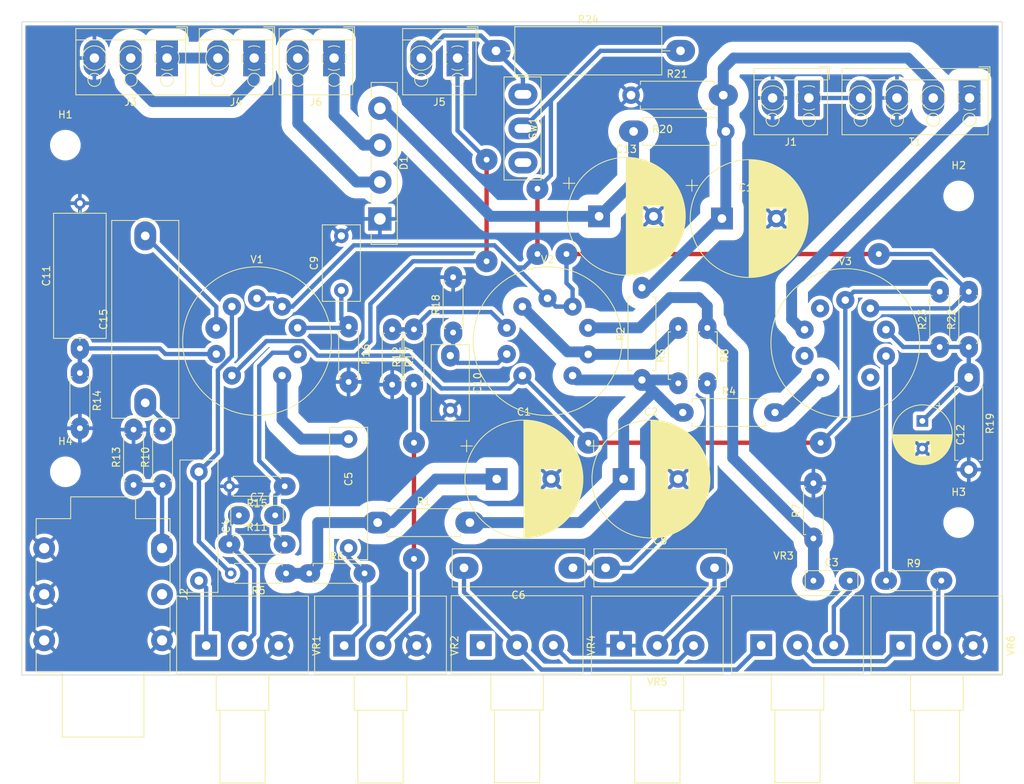
<source format=kicad_pcb>
(kicad_pcb (version 20211014) (generator pcbnew)
  (layers (0 "F.Cu" signal) (31 "B.Cu" signal) (34 "B.Paste" user) (35 "F.Paste" user) (36 "B.SilkS" user "B.Silkscreen") (37 "F.SilkS" user "F.Silkscreen") (38 "B.Mask" user) (39 "F.Mask" user) (44 "Edge.Cuts" user))
  (net 0 "")
  (net 1 "Earth")
  (net 2 "Net-(C5-Pad2)")
  (net 3 "Net-(C4-Pad1)")
  (net 4 "Net-(C4-Pad2)")
  (net 5 "Net-(C15-Pad1)")
  (net 6 "Net-(C6-Pad1)")
  (net 7 "Net-(C7-Pad2)")
  (net 8 "Net-(R12-Pad1)")
  (net 9 "Net-(R12-Pad2)")
  (net 10 "Net-(C7-Pad1)")
  (net 11 "Net-(C3-Pad2)")
  (net 12 "Net-(C9-Pad1)")
  (net 13 "Net-(C6-Pad2)")
  (net 14 "Net-(C8-Pad2)")
  (net 15 "Net-(C10-Pad1)")
  (net 16 "Net-(R9-Pad1)")
  (net 17 "Net-(C11-Pad1)")
  (net 18 "Net-(VR3-Pad2)")
  (net 19 "Net-(C15-Pad2)")
  (net 20 "Net-(C12-Pad1)")
  (net 21 "Net-(R22-Pad2)")
  (net 22 "Net-(J1-Pad1)")
  (net 25 "Net-(J2-PadT)")
  (net 26 "Net-(R9-Pad2)")
  (net 27 "Net-(VR4-Pad3)")
  (net 28 "/HighDC_227VDC")
  (net 29 "/HighDC_241VDC")
  (net 30 "/HighDC_V1B_Anode")
  (net 31 "/HighDC_Trafo1")
  (net 32 "/HighDC_Trafo2")
  (net 33 "/AC_L")
  (net 34 "/AC_N")
  (net 35 "/HighDC_V2A_Anode")
  (net 36 "/HighDC_GateValve3")
  (net 37 "/HighDC_OT")
  (net 38 "/HighDC_Prefilter")
  (net 39 "/HighDC_Post")
  (net 40 "/HighDC_143VDC")
  (net 41 "Net-(J5-Pad1)")
  (net 42 "Net-(J5-Pad2)")
  (footprint "MountingHole:MountingHole_3.2mm_M3" (layer "F.Cu") (at 122 67)
    (fp_text reference "H1" (at 0 -4.2) (layer "F.SilkS"))
    (fp_text value "MountingHole")
    (pad "" np_thru_hole circle (at 0 0) (size 3.2 3.2) (drill 3.2) (layers *.Cu *.Mask))
  )
  (footprint "Resistor_THT:R_Axial_DIN0207_L6.3mm_D2.5mm_P7.62mm_Horizontal" (layer "F.Cu") (at 235 127)
    (fp_text reference "R9" (at 3.81 -2.37) (layer "F.SilkS"))
    (fp_text value "5.6k")
    (pad "1" thru_hole oval (at 0 0) (size 3 2.5) (drill 0.8) (layers *.Cu *.Mask) (net 16 "Net-(R9-Pad1)"))
    (pad "2" thru_hole oval (at 7.62 0) (size 3 2.5) (drill 0.8) (layers *.Cu *.Mask) (net 26 "Net-(R9-Pad2)"))
  )
  (footprint "Resistor_THT:R_Axial_DIN0411_L9.9mm_D3.6mm_P12.70mm_Horizontal" (layer "F.Cu") (at 246.39 99 -90)
    (fp_text reference "R19" (at 6.35 -2.92 90) (layer "F.SilkS"))
    (fp_text value "130")
    (pad "1" thru_hole oval (at 0 0 270) (size 4 3) (drill 1.2) (layers *.Cu *.Mask) (net 20 "Net-(C12-Pad1)"))
    (pad "2" thru_hole oval (at 12.7 0 270) (size 2.4 2.4) (drill 1.2) (layers *.Cu *.Mask) (net 1 "Earth"))
  )
  (footprint "Resistor_THT:R_Axial_DIN0207_L6.3mm_D2.5mm_P7.62mm_Horizontal" (layer "F.Cu") (at 210.39 92.19 -90)
    (fp_text reference "R8" (at 3.81 -2.37 90) (layer "F.SilkS"))
    (fp_text value "33k")
    (pad "1" thru_hole oval (at 0 0 270) (size 3 2.5) (drill 0.8) (layers *.Cu *.Mask) (net 40 "/HighDC_143VDC"))
    (pad "2" thru_hole oval (at 7.62 0 270) (size 3 2.5) (drill 0.8) (layers *.Cu *.Mask) (net 6 "Net-(C6-Pad1)"))
  )
  (footprint "Potentiometer_THT:Potentiometer_Alps_RK163_Single_Horizontal" (layer "F.Cu") (at 237 135.95 90)
    (fp_text reference "VR6" (at 0 15.2 90) (layer "F.SilkS"))
    (fp_text value "1M")
    (pad "1" thru_hole rect (at 0 0 270) (size 3 3) (drill 1.2) (layers *.Cu *.Mask) (net 18 "Net-(VR3-Pad2)"))
    (pad "2" thru_hole circle (at 0 5 270) (size 3 3) (drill 1.2) (layers *.Cu *.Mask) (net 26 "Net-(R9-Pad2)"))
    (pad "3" thru_hole circle (at 0 10 270) (size 3 3) (drill 1.2) (layers *.Cu *.Mask) (net 1 "Earth"))
  )
  (footprint "Resistor_THT:R_Axial_DIN0207_L6.3mm_D2.5mm_P7.62mm_Horizontal" (layer "F.Cu") (at 155.58 126)
    (fp_text reference "R6" (at 3.81 -2.37) (layer "F.SilkS"))
    (fp_text value "100k")
    (pad "1" thru_hole oval (at 0 0) (size 3 2.5) (drill 0.8) (layers *.Cu *.Mask) (net 28 "/HighDC_227VDC"))
    (pad "2" thru_hole oval (at 7.62 0) (size 3 2.5) (drill 0.8) (layers *.Cu *.Mask) (net 2 "Net-(C5-Pad2)"))
  )
  (footprint "Potentiometer_THT:Potentiometer_Alps_RK163_Single_Horizontal" (layer "F.Cu") (at 160.39 135.95 90)
    (fp_text reference "VR2" (at 0 15.2 90) (layer "F.SilkS"))
    (fp_text value "1M")
    (pad "1" thru_hole rect (at 0 0 270) (size 3 3) (drill 1.2) (layers *.Cu *.Mask) (net 2 "Net-(C5-Pad2)"))
    (pad "2" thru_hole circle (at 0 5 270) (size 3 3) (drill 1.2) (layers *.Cu *.Mask) (net 8 "Net-(R12-Pad1)"))
    (pad "3" thru_hole circle (at 0 10 270) (size 3 3) (drill 1.2) (layers *.Cu *.Mask) (net 1 "Earth"))
  )
  (footprint "Potentiometer_THT:Potentiometer_Alps_RK163_Single_Horizontal" (layer "F.Cu") (at 217.81 135.9 90)
    (fp_text reference "VR3" (at 12.315 3.08 180) (layer "F.SilkS"))
    (fp_text value "220k LIN")
    (pad "1" thru_hole rect (at 0 0 270) (size 3 3) (drill 1.2) (layers *.Cu *.Mask) (net 13 "Net-(C6-Pad2)"))
    (pad "2" thru_hole circle (at 0 5 270) (size 3 3) (drill 1.2) (layers *.Cu *.Mask) (net 18 "Net-(VR3-Pad2)"))
    (pad "3" thru_hole circle (at 0 10 270) (size 3 3) (drill 1.2) (layers *.Cu *.Mask) (net 11 "Net-(C3-Pad2)"))
  )
  (footprint "TerminalBlock_RND:TerminalBlock_RND_205-00001_1x02_P5.00mm_Horizontal" (layer "F.Cu") (at 176 55 180)
    (fp_text reference "J5" (at 2.5 -6.06) (layer "F.SilkS"))
    (fp_text value "Screw_Terminal_01x02")
    (pad "1" thru_hole rect (at 0 0 180) (size 3 5) (drill 1.3) (layers *.Cu *.Mask) (net 41 "Net-(J5-Pad1)"))
    (pad "2" thru_hole oval (at 5 0 180) (size 3 5) (drill 1.3) (layers *.Cu *.Mask) (net 42 "Net-(J5-Pad2)"))
  )
  (footprint "Capacitor_THT:C_Rect_L10.3mm_W5.0mm_P7.50mm_MKS4" (layer "F.Cu") (at 175 96 -90)
    (fp_text reference "C10" (at 3.75 -3.75 90) (layer "F.SilkS"))
    (fp_text value "1u")
    (pad "1" thru_hole oval (at 0 0 270) (size 3 2.5) (drill 1) (layers *.Cu *.Mask) (net 15 "Net-(C10-Pad1)"))
    (pad "2" thru_hole circle (at 7.5 0 270) (size 2 2) (drill 1) (layers *.Cu *.Mask) (net 1 "Earth"))
  )
  (footprint "Capacitor_THT:CP_Radial_D16.0mm_P7.50mm" (layer "F.Cu") (at 195.487246 76.805)
    (fp_text reference "C13" (at 3.75 -9.25) (layer "F.SilkS"))
    (fp_text value "50u")
    (pad "1" thru_hole rect (at 0 0) (size 3 3) (drill 1.2) (layers *.Cu *.Mask) (net 38 "/HighDC_Prefilter"))
    (pad "2" thru_hole circle (at 7.5 0) (size 2.4 2.4) (drill 1.2) (layers *.Cu *.Mask) (net 1 "Earth"))
  )
  (footprint "Resistor_THT:R_Axial_DIN0207_L6.3mm_D2.5mm_P7.62mm_Horizontal" (layer "F.Cu") (at 161 92 -90)
    (fp_text reference "R16" (at 3.81 -2.37 90) (layer "F.SilkS"))
    (fp_text value "1.2k")
    (pad "1" thru_hole oval (at 0 0 270) (size 3 2.5) (drill 0.8) (layers *.Cu *.Mask) (net 12 "Net-(C9-Pad1)"))
    (pad "2" thru_hole oval (at 7.62 0 270) (size 3 2.5) (drill 0.8) (layers *.Cu *.Mask) (net 1 "Earth"))
  )
  (footprint "Capacitor_THT:C_Rect_L18.0mm_W5.0mm_P15.00mm_FKS3_FKP3" (layer "F.Cu") (at 161 107.5 -90)
    (fp_text reference "C5" (at 5.5 0 90) (layer "F.SilkS"))
    (fp_text value "22n")
    (pad "1" thru_hole circle (at 0 0 270) (size 2.4 2.4) (drill 1.2) (layers *.Cu *.Mask) (net 30 "/HighDC_V1B_Anode"))
    (pad "2" thru_hole circle (at 15 0 270) (size 2.4 2.4) (drill 1.2) (layers *.Cu *.Mask) (net 2 "Net-(C5-Pad2)"))
  )
  (footprint "TerminalBlock_RND:TerminalBlock_RND_205-00002_1x03_P5.00mm_Horizontal" (layer "F.Cu") (at 136 55 180)
    (fp_text reference "J3" (at 5 -6.06 180) (layer "F.SilkS"))
    (fp_text value "AC Mains")
    (pad "1" thru_hole rect (at 0 0 180) (size 3 5) (drill 1.3) (layers *.Cu *.Mask) (net 33 "/AC_L"))
    (pad "2" thru_hole oval (at 5 0 180) (size 3 5) (drill 1.3) (layers *.Cu *.Mask) (net 34 "/AC_N"))
    (pad "3" thru_hole oval (at 10 0 180) (size 3 5) (drill 1.3) (layers *.Cu *.Mask) (net 1 "Earth"))
  )
  (footprint "Capacitor_THT:C_Rect_L18.0mm_W5.0mm_P15.00mm_FKS3_FKP3" (layer "F.Cu") (at 140.39 112 -90)
    (fp_text reference "C4" (at 7.5 -3.75 90) (layer "F.SilkS"))
    (fp_text value "22n")
    (pad "1" thru_hole circle (at 0 0 270) (size 2.4 2.4) (drill 1.2) (layers *.Cu *.Mask) (net 3 "Net-(C4-Pad1)"))
    (pad "2" thru_hole circle (at 15 0 270) (size 2.4 2.4) (drill 1.2) (layers *.Cu *.Mask) (net 4 "Net-(C4-Pad2)"))
  )
  (footprint "Resistor_THT:R_Axial_Power_L20.0mm_W6.4mm_P25.40mm" (layer "F.Cu") (at 181.3 54)
    (fp_text reference "R24" (at 12.7 -4.32) (layer "F.SilkS"))
    (fp_text value "R")
    (pad "1" thru_hole oval (at 0 0) (size 4 3) (drill 1.2) (layers *.Cu *.Mask) (net 42 "Net-(J5-Pad2)"))
    (pad "2" thru_hole oval (at 25.4 0) (size 4 3) (drill 1.2) (layers *.Cu *.Mask) (net 21 "Net-(R22-Pad2)"))
  )
  (footprint "Resistor_THT:R_Axial_DIN0411_L9.9mm_D3.6mm_P12.70mm_Horizontal" (layer "F.Cu") (at 200.24 65.11)
    (fp_text reference "R20" (at 3.97 -0.305) (layer "F.SilkS"))
    (fp_text value "100 / 2W")
    (pad "1" thru_hole oval (at 0 0) (size 4 3) (drill 1.2) (layers *.Cu *.Mask) (net 38 "/HighDC_Prefilter"))
    (pad "2" thru_hole oval (at 12.7 0) (size 2.4 2.4) (drill 1.2) (layers *.Cu *.Mask) (net 39 "/HighDC_Post"))
  )
  (footprint "Resistor_THT:R_Axial_DIN0411_L9.9mm_D3.6mm_P12.70mm_Horizontal" (layer "F.Cu") (at 199.89 60.11)
    (fp_text reference "R21" (at 6.35 -2.92) (layer "F.SilkS"))
    (fp_text value "100k")
    (pad "1" thru_hole circle (at 0 0) (size 2.4 2.4) (drill 1.2) (layers *.Cu *.Mask) (net 1 "Earth"))
    (pad "2" thru_hole oval (at 12.7 0) (size 4 3) (drill 1.2) (layers *.Cu *.Mask) (net 39 "/HighDC_Post"))
  )
  (footprint "Resistor_THT:R_Axial_DIN0207_L6.3mm_D2.5mm_P7.62mm_Horizontal" (layer "F.Cu") (at 246.39 94.81 90)
    (fp_text reference "R22" (at 3.81 -2.37 90) (layer "F.SilkS"))
    (fp_text value "100")
    (pad "1" thru_hole oval (at 0 0 90) (size 3 2.5) (drill 0.8) (layers *.Cu *.Mask) (net 20 "Net-(C12-Pad1)"))
    (pad "2" thru_hole oval (at 7.62 0 90) (size 3 2.5) (drill 0.8) (layers *.Cu *.Mask) (net 21 "Net-(R22-Pad2)"))
  )
  (footprint "MountingHole:MountingHole_3.2mm_M3" (layer "F.Cu") (at 245 74)
    (fp_text reference "H2" (at 0 -4.2) (layer "F.SilkS"))
    (fp_text value "MountingHole")
    (pad "" np_thru_hole circle (at 0 0) (size 3.2 3.2) (drill 3.2) (layers *.Cu *.Mask))
  )
  (footprint "Resistor_THT:R_Axial_DIN0207_L6.3mm_D2.5mm_P7.62mm_Horizontal" (layer "F.Cu") (at 242.39 94.81 90)
    (fp_text reference "R23" (at 3.81 -2.37 90) (layer "F.SilkS"))
    (fp_text value "100")
    (pad "1" thru_hole oval (at 0 0 90) (size 3 2.5) (drill 0.8) (layers *.Cu *.Mask) (net 20 "Net-(C12-Pad1)"))
    (pad "2" thru_hole oval (at 7.62 0 90) (size 3 2.5) (drill 0.8) (layers *.Cu *.Mask) (net 41 "Net-(J5-Pad1)"))
  )
  (footprint "Resistor_THT:R_Axial_DIN0207_L6.3mm_D2.5mm_P7.62mm_Horizontal" (layer "F.Cu") (at 131.39 113.81 90)
    (fp_text reference "R13" (at 3.81 -2.37 90) (layer "F.SilkS"))
    (fp_text value "1M")
    (pad "1" thru_hole oval (at 0 0 90) (size 3 2.5) (drill 0.8) (layers *.Cu *.Mask) (net 25 "Net-(J2-PadT)"))
    (pad "2" thru_hole oval (at 7.62 0 90) (size 3 2.5) (drill 0.8) (layers *.Cu *.Mask) (net 1 "Earth"))
  )
  (footprint "Resistor_THT:R_Axial_DIN0207_L6.3mm_D2.5mm_P7.62mm_Horizontal" (layer "F.Cu") (at 135.39 113.81 90)
    (fp_text reference "R10" (at 3.81 -2.37 90) (layer "F.SilkS"))
    (fp_text value "68k")
    (pad "1" thru_hole oval (at 0 0 90) (size 3 2.5) (drill 0.8) (layers *.Cu *.Mask) (net 25 "Net-(J2-PadT)"))
    (pad "2" thru_hole oval (at 7.62 0 90) (size 3 2.5) (drill 0.8) (layers *.Cu *.Mask) (net 5 "Net-(C15-Pad1)"))
  )
  (footprint "Valve:Valve_ECC-83-1" (layer "F.Cu") (at 232.84 99)
    (fp_text reference "V3" (at -3.45 -16) (layer "F.SilkS"))
    (fp_text value "EL84")
    (pad "1" thru_hole circle (at 0 0) (size 2.5 2.5) (drill 1.02) (layers *.Cu *.Mask))
    (pad "2" thru_hole circle (at 2.15 -2.93) (size 2.5 2.5) (drill 1.02) (layers *.Cu *.Mask) (net 16 "Net-(R9-Pad1)"))
    (pad "3" thru_hole circle (at 2.15 -6.58) (size 2.5 2.5) (drill 1.02) (layers *.Cu *.Mask) (net 20 "Net-(C12-Pad1)"))
    (pad "4" thru_hole circle (at 0 -9.51) (size 2.5 2.5) (drill 1.02) (layers *.Cu *.Mask) (net 21 "Net-(R22-Pad2)"))
    (pad "5" thru_hole circle (at -3.45 -10.65) (size 2.5 2.5) (drill 1.02) (layers *.Cu *.Mask) (net 41 "Net-(J5-Pad1)"))
    (pad "6" thru_hole circle (at -6.91 -9.51) (size 2.5 2.5) (drill 1.02) (layers *.Cu *.Mask))
    (pad "7" thru_hole circle (at -9.06 -6.58) (size 2.5 2.5) (drill 1.02) (layers *.Cu *.Mask) (net 37 "/HighDC_OT"))
    (pad "8" thru_hole circle (at -9.06 -2.97) (size 2.5 2.5) (drill 1.02) (layers *.Cu *.Mask))
    (pad "9" thru_hole circle (at -6.91 0) (size 2.5 2.5) (drill 1.02) (layers *.Cu *.Mask) (net 36 "/HighDC_GateValve3"))
  )
  (footprint "Capacitor_THT:C_Rect_L18.0mm_W5.0mm_P15.00mm_FKS3_FKP3" (layer "F.Cu") (at 191.89 125.235 180)
    (fp_text reference "C6" (at 7.5 -3.75) (layer "F.SilkS"))
    (fp_text value "22n")
    (pad "1" thru_hole oval (at 0 0 180) (size 4 3) (drill 1.2) (layers *.Cu *.Mask) (net 6 "Net-(C6-Pad1)"))
    (pad "2" thru_hole oval (at 15 0 180) (size 4 3) (drill 1.2) (layers *.Cu *.Mask) (net 13 "Net-(C6-Pad2)"))
  )
  (footprint "Resistor_THT:R_Axial_DIN0207_L6.3mm_D2.5mm_P7.62mm_Horizontal" (layer "F.Cu") (at 210.39 92.19 -90)
    (fp_text reference "R8" (at 3.81 -2.37 90) (layer "F.SilkS"))
    (fp_text value "33k")
    (pad "1" thru_hole oval (at 0 0 270) (size 3 2.5) (drill 0.8) (layers *.Cu *.Mask) (net 40 "/HighDC_143VDC"))
    (pad "2" thru_hole oval (at 7.62 0 270) (size 3 2.5) (drill 0.8) (layers *.Cu *.Mask) (net 6 "Net-(C6-Pad1)"))
  )
  (footprint "Potentiometer_THT:Potentiometer_Alps_RK163_Single_Horizontal" (layer "F.Cu") (at 141.39 135.95 90)
    (fp_text reference "VR1" (at 0 15.2 90) (layer "F.SilkS"))
    (fp_text value "1M")
    (pad "1" thru_hole rect (at 0 0 270) (size 3 3) (drill 1.2) (layers *.Cu *.Mask) (net 4 "Net-(C4-Pad2)"))
    (pad "2" thru_hole circle (at 0 5 270) (size 3 3) (drill 1.2) (layers *.Cu *.Mask) (net 10 "Net-(C7-Pad1)"))
    (pad "3" thru_hole circle (at 0 10 270) (size 3 3) (drill 1.2) (layers *.Cu *.Mask) (net 1 "Earth"))
  )
  (footprint "Capacitor_THT:C_Disc_D7.0mm_W2.5mm_P5.00mm" (layer "F.Cu") (at 145.89 118)
    (fp_text reference "C7" (at 2.5 -2.5) (layer "F.SilkS"))
    (fp_text value "470p")
    (pad "1" thru_hole oval (at 0 0) (size 3 2.5) (drill 0.8) (layers *.Cu *.Mask) (net 10 "Net-(C7-Pad1)"))
    (pad "2" thru_hole oval (at 5 0) (size 3 2.5) (drill 0.8) (layers *.Cu *.Mask) (net 7 "Net-(C7-Pad2)"))
  )
  (footprint "Capacitor_THT:CP_Radial_D16.0mm_P7.50mm" (layer "F.Cu") (at 198.877246 113)
    (fp_text reference "C2" (at 3.75 -9.25) (layer "F.SilkS"))
    (fp_text value "50u")
    (pad "1" thru_hole rect (at 0 0) (size 3 3) (drill 1.2) (layers *.Cu *.Mask) (net 29 "/HighDC_241VDC"))
    (pad "2" thru_hole circle (at 7.5 0) (size 2.4 2.4) (drill 1.2) (layers *.Cu *.Mask) (net 1 "Earth"))
  )
  (footprint "Resistor_THT:R_Axial_DIN0207_L6.3mm_D2.5mm_P7.62mm_Horizontal" (layer "F.Cu") (at 206.39 99.81 90)
    (fp_text reference "R3" (at 3.81 -2.37 90) (layer "F.SilkS"))
    (fp_text value "100k")
    (pad "1" thru_hole oval (at 0 0 90) (size 3 2.5) (drill 0.8) (layers *.Cu *.Mask) (net 29 "/HighDC_241VDC"))
    (pad "2" thru_hole oval (at 7.62 0 90) (size 3 2.5) (drill 0.8) (layers *.Cu *.Mask) (net 35 "/HighDC_V2A_Anode"))
  )
  (footprint "TerminalBlock_RND:TerminalBlock_RND_205-00001_1x02_P5.00mm_Horizontal" (layer "F.Cu") (at 224.38 60.5 180)
    (fp_text reference "J1" (at 2.5 -6.06) (layer "F.SilkS"))
    (fp_text value "Speaker Output")
    (pad "1" thru_hole rect (at 0 0 180) (size 3 5) (drill 1.3) (layers *.Cu *.Mask) (net 22 "Net-(J1-Pad1)"))
    (pad "2" thru_hole oval (at 5 0 180) (size 3 5) (drill 1.3) (layers *.Cu *.Mask) (net 1 "Earth"))
  )
  (footprint "Resistor_THT:R_Axial_DIN0411_L9.9mm_D3.6mm_P12.70mm_Horizontal" (layer "F.Cu") (at 201.39 99.35 90)
    (fp_text reference "R2" (at 6.35 -2.92 90) (layer "F.SilkS"))
    (fp_text value "1k")
    (pad "1" thru_hole oval (at 0 0 90) (size 3 2.5) (drill 1) (layers *.Cu *.Mask) (net 29 "/HighDC_241VDC"))
    (pad "2" thru_hole oval (at 12.7 0 90) (size 3 2.5) (drill 1) (layers *.Cu *.Mask) (net 39 "/HighDC_Post"))
  )
  (footprint "Resistor_THT:R_Axial_DIN0207_L6.3mm_D2.5mm_P7.62mm_Horizontal" (layer "F.Cu") (at 167 92.38 -90)
    (fp_text reference "R17" (at 3.81 -2.37 -270) (layer "F.SilkS"))
    (fp_text value "470k")
    (pad "1" thru_hole oval (at 0 0 270) (size 3 2.5) (drill 0.8) (layers *.Cu *.Mask) (net 9 "Net-(R12-Pad2)"))
    (pad "2" thru_hole oval (at 7.62 0 270) (size 3 2.5) (drill 0.8) (layers *.Cu *.Mask) (net 1 "Earth"))
  )
  (footprint "Connector_Audio:Jack_6.35mm_Neutrik_NMJ6HFD2-AU_Horizontal" (layer "F.Cu") (at 135.315 122.525 -90)
    (fp_text reference "J2" (at 6.35 -3 90) (layer "F.SilkS"))
    (fp_text value "Input")
    (pad "R" thru_hole circle (at 6.35 0 270) (size 3 3) (drill 1.4) (layers *.Cu *.Mask))
    (pad "RN" thru_hole circle (at 6.35 16.23 270) (size 3 3) (drill 1.4) (layers *.Cu *.Mask) (net 1 "Earth"))
    (pad "S" thru_hole circle (at 12.7 0 270) (size 3 3) (drill 1.4) (layers *.Cu *.Mask) (net 1 "Earth"))
    (pad "SN" thru_hole circle (at 12.7 16.23 270) (size 3 3) (drill 1.4) (layers *.Cu *.Mask) (net 1 "Earth"))
    (pad "T" thru_hole oval (at 0 0 270) (size 4 3) (drill 1.4) (layers *.Cu *.Mask) (net 25 "Net-(J2-PadT)"))
    (pad "TN" thru_hole circle (at 0 16.23 270) (size 3 3) (drill 1.4) (layers *.Cu *.Mask) (net 1 "Earth"))
  )
  (footprint "Potentiometer_THT:Potentiometer_Alps_RK163_Single_Horizontal" (layer "F.Cu") (at 198.505 135.95 90)
    (fp_text reference "VR5" (at -5 5) (layer "F.SilkS"))
    (fp_text value "25k LIN")
    (pad "1" thru_hole rect (at 0 0 270) (size 3 3) (drill 1.2) (layers *.Cu *.Mask) (net 1 "Earth"))
    (pad "2" thru_hole circle (at 0 5 270) (size 3 3) (drill 1.2) (layers *.Cu *.Mask) (net 14 "Net-(C8-Pad2)"))
    (pad "3" thru_hole circle (at 0 10 270) (size 3 3) (drill 1.2) (layers *.Cu *.Mask) (net 27 "Net-(VR4-Pad3)"))
  )
  (footprint "Valve:Valve_ECC-83-1" (layer "F.Cu") (at 191.84 98.75)
    (fp_text reference "V2" (at -3.45 -16) (layer "F.SilkS"))
    (fp_text value "ECC81")
    (pad "1" thru_hole circle (at 0 0) (size 2.5 2.5) (drill 1.02) (layers *.Cu *.Mask) (net 29 "/HighDC_241VDC"))
    (pad "2" thru_hole circle (at 2.15 -2.93) (size 2.5 2.5) (drill 1.02) (layers *.Cu *.Mask) (net 35 "/HighDC_V2A_Anode"))
    (pad "3" thru_hole circle (at 2.15 -6.58) (size 2.5 2.5) (drill 1.02) (layers *.Cu *.Mask) (net 40 "/HighDC_143VDC"))
    (pad "4" thru_hole circle (at 0 -9.51) (size 2.5 2.5) (drill 1.02) (layers *.Cu *.Mask) (net 21 "Net-(R22-Pad2)"))
    (pad "5" thru_hole circle (at -3.45 -10.65) (size 2.5 2.5) (drill 1.02) (layers *.Cu *.Mask) (net 21 "Net-(R22-Pad2)"))
    (pad "6" thru_hole circle (at -6.91 -9.51) (size 2.5 2.5) (drill 1.02) (layers *.Cu *.Mask) (net 35 "/HighDC_V2A_Anode"))
    (pad "7" thru_hole circle (at -9.06 -6.58) (size 2.5 2.5) (drill 1.02) (layers *.Cu *.Mask) (net 9 "Net-(R12-Pad2)"))
    (pad "8" thru_hole circle (at -9.06 -2.97) (size 2.5 2.5) (drill 1.02) (layers *.Cu *.Mask) (net 15 "Net-(C10-Pad1)"))
    (pad "9" thru_hole circle (at -6.91 0) (size 2.5 2.5) (drill 1.02) (layers *.Cu *.Mask) (net 41 "Net-(J5-Pad1)"))
  )
  (footprint "Capacitor_THT:CP_Radial_D16.0mm_P7.50mm" (layer "F.Cu") (at 181.39 113)
    (fp_text reference "C1" (at 3.75 -9.25) (layer "F.SilkS"))
    (fp_text value "50u")
    (pad "1" thru_hole rect (at 0 0) (size 3 3) (drill 1.2) (layers *.Cu *.Mask) (net 28 "/HighDC_227VDC"))
    (pad "2" thru_hole circle (at 7.5 0) (size 2.4 2.4) (drill 1.2) (layers *.Cu *.Mask) (net 1 "Earth"))
  )
  (footprint "Resistor_THT:R_Axial_DIN0207_L6.3mm_D2.5mm_P7.62mm_Horizontal" (layer "F.Cu") (at 175.39 92.81 90)
    (fp_text reference "R18" (at 3.81 -2.37 90) (layer "F.SilkS"))
    (fp_text value "820")
    (pad "1" thru_hole oval (at 0 0 90) (size 3 2.5) (drill 0.8) (layers *.Cu *.Mask) (net 15 "Net-(C10-Pad1)"))
    (pad "2" thru_hole oval (at 7.62 0 90) (size 3 2.5) (drill 0.8) (layers *.Cu *.Mask) (net 1 "Earth"))
  )
  (footprint "Resistor_THT:R_Axial_DIN0207_L6.3mm_D2.5mm_P7.62mm_Horizontal" (layer "F.Cu") (at 152.2 114 180)
    (fp_text reference "R15" (at 3.81 -2.37) (layer "F.SilkS"))
    (fp_text value "470k")
    (pad "1" thru_hole oval (at 0 0 180) (size 3 2.5) (drill 0.8) (layers *.Cu *.Mask) (net 7 "Net-(C7-Pad2)"))
    (pad "2" thru_hole oval (at 7.62 0 180) (size 1.6 1.6) (drill 0.8) (layers *.Cu *.Mask) (net 1 "Earth"))
  )
  (footprint "Capacitor_THT:CP_Radial_D16.0mm_P7.50mm" (layer "F.Cu") (at 212.402754 77.11)
    (fp_text reference "C14" (at 3.75 -4.25) (layer "F.SilkS"))
    (fp_text value "50u")
    (pad "1" thru_hole rect (at 0 0) (size 3 3) (drill 1.2) (layers *.Cu *.Mask) (net 39 "/HighDC_Post"))
    (pad "2" thru_hole circle (at 7.5 0) (size 2.4 2.4) (drill 1.2) (layers *.Cu *.Mask) (net 1 "Earth"))
  )
  (footprint "Resistor_THT:R_Axial_DIN0207_L6.3mm_D2.5mm_P7.62mm_Horizontal" (layer "F.Cu") (at 124 98.385 -90)
    (fp_text reference "R14" (at 3.81 -2.37 90) (layer "F.SilkS"))
    (fp_text value "2.7k")
    (pad "1" thru_hole oval (at 0 0 270) (size 3 2.5) (drill 0.8) (layers *.Cu *.Mask) (net 17 "Net-(C11-Pad1)"))
    (pad "2" thru_hole oval (at 7.62 0 270) (size 3 2.5) (drill 0.8) (layers *.Cu *.Mask) (net 1 "Earth"))
  )
  (footprint "Diode_THT:Diode_Bridge_Vishay_GBU" (layer "F.Cu") (at 165.307392 77.16 90)
    (fp_text reference "D1" (at 7.7 3.3 90) (layer "F.SilkS"))
    (fp_text value "Bridge Rectifier GBU 6M")
    (pad "1" thru_hole rect (at 0 0 90) (size 3.2 3.2) (drill 1.6) (layers *.Cu *.Mask) (net 1 "Earth"))
    (pad "2" thru_hole circle (at 5.08 0 90) (size 3.2 3.2) (drill 1.6) (layers *.Cu *.Mask) (net 31 "/HighDC_Trafo1"))
    (pad "3" thru_hole circle (at 10.16 0 90) (size 3.2 3.2) (drill 1.6) (layers *.Cu *.Mask) (net 32 "/HighDC_Trafo2"))
    (pad "4" thru_hole circle (at 15.24 0 90) (size 3.2 3.2) (drill 1.6) (layers *.Cu *.Mask) (net 38 "/HighDC_Prefilter"))
  )
  (footprint "Capacitor_THT:C_Rect_L27.0mm_W9.0mm_P23.00mm" (layer "F.Cu") (at 133 102.5 90)
    (fp_text reference "C15" (at 11.5 -5.75 90) (layer "F.SilkS"))
    (fp_text value "1u / 250V")
    (pad "1" thru_hole oval (at 0 0 90) (size 4 3) (drill 1.2) (layers *.Cu *.Mask) (net 5 "Net-(C15-Pad1)"))
    (pad "2" thru_hole oval (at 23 0 90) (size 4 3) (drill 1.2) (layers *.Cu *.Mask) (net 19 "Net-(C15-Pad2)"))
  )
  (footprint "MountingHole:MountingHole_3.2mm_M3" (layer "F.Cu") (at 245 119)
    (fp_text reference "H3" (at 0 -4.2) (layer "F.SilkS"))
    (fp_text value "MountingHole")
    (pad "" np_thru_hole circle (at 0 0) (size 3.2 3.2) (drill 3.2) (layers *.Cu *.Mask))
  )
  (footprint "MountingHole:MountingHole_3.2mm_M3" (layer "F.Cu") (at 122 112)
    (fp_text reference "H4" (at 0 -4.2) (layer "F.SilkS"))
    (fp_text value "MountingHole")
    (pad "" np_thru_hole circle (at 0 0) (size 3.2 3.2) (drill 3.2) (layers *.Cu *.Mask))
  )
  (footprint "Capacitor_THT:C_Axial_L17.0mm_D7.0mm_P20.00mm_Horizontal" (layer "F.Cu") (at 124 95 90)
    (fp_text reference "C11" (at 10 -4.62 90) (layer "F.SilkS"))
    (fp_text value "680n")
    (pad "1" thru_hole oval (at 0 0 90) (size 3 2.5) (drill 0.8) (layers *.Cu *.Mask) (net 17 "Net-(C11-Pad1)"))
    (pad "2" thru_hole oval (at 20 0 90) (size 1.6 1.6) (drill 0.8) (layers *.Cu *.Mask) (net 1 "Earth"))
  )
  (footprint "Capacitor_THT:C_Disc_D7.0mm_W2.5mm_P5.00mm" (layer "F.Cu") (at 225 127)
    (fp_text reference "C3" (at 2.5 -2.5) (layer "F.SilkS"))
    (fp_text value "470p")
    (pad "1" thru_hole oval (at 0 0) (size 3 2.5) (drill 0.8) (layers *.Cu *.Mask) (net 40 "/HighDC_143VDC"))
    (pad "2" thru_hole oval (at 5 0) (size 3 2.5) (drill 0.8) (layers *.Cu *.Mask) (net 11 "Net-(C3-Pad2)"))
  )
  (footprint "Capacitor_THT:C_Rect_L18.0mm_W5.0mm_P15.00mm_FKS3_FKP3" (layer "F.Cu") (at 196.39 125.235)
    (fp_text reference "C8" (at 7.5 -3.75) (layer "F.SilkS"))
    (fp_text value "22n")
    (pad "1" thru_hole oval (at 0 0) (size 4 3) (drill 1.2) (layers *.Cu *.Mask) (net 6 "Net-(C6-Pad1)"))
    (pad "2" thru_hole oval (at 15 0) (size 4 3) (drill 1.2) (layers *.Cu *.Mask) (net 14 "Net-(C8-Pad2)"))
  )
  (footprint "Capacitor_THT:CP_Radial_D8.0mm_P3.80mm" (layer "F.Cu") (at 240 105 -90)
    (fp_text reference "C12" (at 1.9 -5.25 90) (layer "F.SilkS"))
    (fp_text value "100u / 25V")
    (pad "1" thru_hole rect (at 0 0 270) (size 1.6 1.6) (drill 0.8) (layers *.Cu *.Mask) (net 20 "Net-(C12-Pad1)"))
    (pad "2" thru_hole circle (at 3.8 0 270) (size 1.6 1.6) (drill 0.8) (layers *.Cu *.Mask) (net 1 "Earth"))
  )
  (footprint "TerminalBlock_RND:TerminalBlock_RND_205-00001_1x02_P5.00mm_Horizontal" (layer "F.Cu") (at 159 55 180)
    (fp_text reference "J6" (at 2.5 -6.06) (layer "F.SilkS"))
    (fp_text value "Screw_Terminal_01x02")
    (pad "1" thru_hole rect (at 0 0 180) (size 3 5) (drill 1.3) (layers *.Cu *.Mask) (net 32 "/HighDC_Trafo2"))
    (pad "2" thru_hole oval (at 5 0 180) (size 3 5) (drill 1.3) (layers *.Cu *.Mask) (net 31 "/HighDC_Trafo1"))
  )
  (footprint "Button_Switch_THT:SW_CuK_JS202011CQN_DPDT_Straight" (layer "F.Cu") (at 185 64.7 -90)
    (fp_text reference "SW1" (at 0 -1.4 90) (layer "F.SilkS"))
    (fp_text value "SW_SPST")
    (pad "1" thru_hole oval (at -4.7 0 270) (size 3 4) (drill oval 1.2 2.3) (layers *.Cu *.Mask) (net 42 "Net-(J5-Pad2)"))
    (pad "2" thru_hole oval (at 0 0 270) (size 3 4) (drill oval 1.2 2.3) (layers *.Cu *.Mask) (net 21 "Net-(R22-Pad2)"))
    (pad "3" thru_hole oval (at 4.7 0 270) (size 3 4) (drill oval 1.2 2.3) (layers *.Cu *.Mask))
  )
  (footprint "Resistor_THT:R_Axial_DIN0411_L9.9mm_D3.6mm_P12.70mm_Horizontal" (layer "F.Cu") (at 207.008556 103.831737)
    (fp_text reference "R4" (at 6.35 -2.92) (layer "F.SilkS"))
    (fp_text value "1k")
    (pad "1" thru_hole oval (at 0 0) (size 3 2.5) (drill 1) (layers *.Cu *.Mask) (net 29 "/HighDC_241VDC"))
    (pad "2" thru_hole oval (at 12.7 0) (size 3 2.5) (drill 1) (layers *.Cu *.Mask) (net 36 "/HighDC_GateValve3"))
  )
  (footprint "TerminalBlock_RND:TerminalBlock_RND_205-00001_1x02_P5.00mm_Horizontal" (layer "F.Cu") (at 148 55 180)
    (fp_text reference "J4" (at 2.5 -6.06) (layer "F.SilkS"))
    (fp_text value "Screw_Terminal_01x02")
    (pad "1" thru_hole rect (at 0 0 180) (size 3 5) (drill 1.3) (layers *.Cu *.Mask) (net 34 "/AC_N"))
    (pad "2" thru_hole oval (at 5 0 180) (size 3 5) (drill 1.3) (layers *.Cu *.Mask) (net 33 "/AC_L"))
  )
  (footprint "Resistor_THT:R_Axial_DIN0207_L6.3mm_D2.5mm_P7.62mm_Horizontal" (layer "F.Cu") (at 144.58 122)
    (fp_text reference "R11" (at 3.81 -2.37) (layer "F.SilkS"))
    (fp_text value "470k")
    (pad "1" thru_hole oval (at 0 0) (size 3 2.5) (drill 0.8) (layers *.Cu *.Mask) (net 10 "Net-(C7-Pad1)"))
    (pad "2" thru_hole oval (at 7.62 0) (size 3 2.5) (drill 0.8) (layers *.Cu *.Mask) (net 7 "Net-(C7-Pad2)"))
  )
  (footprint "TerminalBlock_RND:TerminalBlock_RND_205-00003_1x04_P5.00mm_Horizontal" (layer "F.Cu") (at 246.5 60.5 180)
    (fp_text reference "T1" (at 7.5 -6.06) (layer "F.SilkS"))
    (fp_text value "Transformer_1P_1S")
    (pad "1" thru_hole rect (at 0 0 180) (size 3 5) (drill 1.3) (layers *.Cu *.Mask) (net 37 "/HighDC_OT"))
    (pad "2" thru_hole oval (at 5 0 180) (size 3 5) (drill 1.3) (layers *.Cu *.Mask) (net 39 "/HighDC_Post"))
    (pad "3" thru_hole oval (at 10 0 180) (size 3 5) (drill 1.3) (layers *.Cu *.Mask) (net 1 "Earth"))
    (pad "4" thru_hole oval (at 15 0 180) (size 3 5) (drill 1.3) (layers *.Cu *.Mask) (net 22 "Net-(J1-Pad1)"))
  )
  (footprint "Valve:Valve_ECC-83-1" (layer "F.Cu") (at 151.84 98.75)
    (fp_text reference "V1" (at -3.45 -16) (layer "F.SilkS"))
    (fp_text value "ECC81")
    (pad "1" thru_hole circle (at 0 0) (size 2.5 2.5) (drill 1.02) (layers *.Cu *.Mask) (net 30 "/HighDC_V1B_Anode"))
    (pad "2" thru_hole circle (at 2.15 -2.93) (size 2.5 2.5) (drill 1.02) (layers *.Cu *.Mask) (net 7 "Net-(C7-Pad2)"))
    (pad "3" thru_hole circle (at 2.15 -6.58) (size 2.5 2.5) (drill 1.02) (layers *.Cu *.Mask) (net 12 "Net-(C9-Pad1)"))
    (pad "4" thru_hole circle (at 0 -9.51) (size 2.5 2.5) (drill 1.02) (layers *.Cu *.Mask) (net 21 "Net-(R22-Pad2)"))
    (pad "5" thru_hole circle (at -3.45 -10.65) (size 2.5 2.5) (drill 1.02) (layers *.Cu *.Mask) (net 21 "Net-(R22-Pad2)"))
    (pad "6" thru_hole circle (at -6.91 -9.51) (size 2.5 2.5) (drill 1.02) (layers *.Cu *.Mask) (net 3 "Net-(C4-Pad1)"))
    (pad "7" thru_hole circle (at -9.06 -6.58) (size 3 3) (drill 1.02) (layers *.Cu *.Mask) (net 19 "Net-(C15-Pad2)"))
    (pad "8" thru_hole circle (at -9.06 -2.97) (size 2.5 2.5) (drill 1.02) (layers *.Cu *.Mask) (net 17 "Net-(C11-Pad1)"))
    (pad "9" thru_hole circle (at -6.91 0) (size 2.5 2.5) (drill 1.02) (layers *.Cu *.Mask) (net 41 "Net-(J5-Pad1)"))
  )
  (footprint "Capacitor_THT:C_Rect_L10.3mm_W5.0mm_P7.50mm_MKS4" (layer "F.Cu") (at 160 87 90)
    (fp_text reference "C9" (at 3.75 -3.75 90) (layer "F.SilkS"))
    (fp_text value "1u")
    (pad "1" thru_hole circle (at 0 0 90) (size 2 2) (drill 1) (layers *.Cu *.Mask) (net 12 "Net-(C9-Pad1)"))
    (pad "2" thru_hole circle (at 7.5 0 90) (size 2 2) (drill 1) (layers *.Cu *.Mask) (net 1 "Earth"))
  )
  (footprint "Resistor_THT:R_Axial_DIN0411_L9.9mm_D3.6mm_P12.70mm_Horizontal" (layer "F.Cu") (at 165 119)
    (fp_text reference "R1" (at 6.35 -2.92) (layer "F.SilkS"))
    (fp_text value "10k")
    (pad "1" thru_hole oval (at 0 0) (size 4 3) (drill 1.2) (layers *.Cu *.Mask) (net 28 "/HighDC_227VDC"))
    (pad "2" thru_hole oval (at 12.7 0) (size 4 3) (drill 1.2) (layers *.Cu *.Mask) (net 29 "/HighDC_241VDC"))
  )
  (footprint "Resistor_THT:R_Axial_DIN0207_L6.3mm_D2.5mm_P7.62mm_Horizontal" (layer "F.Cu") (at 170 100 90)
    (fp_text reference "R12" (at 3.81 -2.37 90) (layer "F.SilkS"))
    (fp_text value "470k")
    (pad "1" thru_hole oval (at 0 0 90) (size 3 2.5) (drill 0.8) (layers *.Cu *.Mask) (net 8 "Net-(R12-Pad1)"))
    (pad "2" thru_hole oval (at 7.62 0 90) (size 3 2.5) (drill 0.8) (layers *.Cu *.Mask) (net 9 "Net-(R12-Pad2)"))
  )
  (footprint "Resistor_THT:R_Axial_DIN0207_L6.3mm_D2.5mm_P7.62mm_Horizontal" (layer "F.Cu") (at 225 121.189266 90)
    (fp_text reference "R7" (at 3.81 -2.37 90) (layer "F.SilkS"))
    (fp_text value "100k")
    (pad "1" thru_hole oval (at 0 0 90) (size 3 2.5) (drill 0.8) (layers *.Cu *.Mask) (net 40 "/HighDC_143VDC"))
    (pad "2" thru_hole oval (at 7.62 0 90) (size 3 2.5) (drill 0.8) (layers *.Cu *.Mask) (net 1 "Earth"))
  )
  (footprint "Potentiometer_THT:Potentiometer_Alps_RK163_Single_Horizontal" (layer "F.Cu") (at 179.2 135.9 90)
    (fp_text reference "VR4" (at 0 15.2 90) (layer "F.SilkS"))
    (fp_text value "1M Log")
    (pad "1" thru_hole rect (at 0 0 270) (size 3 3) (drill 1.2) (layers *.Cu *.Mask))
    (pad "2" thru_hole circle (at 0 5 270) (size 3 3) (drill 1.2) (layers *.Cu *.Mask) (net 13 "Net-(C6-Pad2)"))
    (pad "3" thru_hole circle (at 0 10 270) (size 3 3) (drill 1.2) (layers *.Cu *.Mask) (net 27 "Net-(VR4-Pad3)"))
  )
  (footprint "Resistor_THT:R_Axial_DIN0207_L6.3mm_D2.5mm_P7.62mm_Horizontal" (layer "F.Cu") (at 152.39 126 180)
    (fp_text reference "R5" (at 3.81 -2.37) (layer "F.SilkS"))
    (fp_text value "100k")
    (pad "1" thru_hole oval (at 0 0 180) (size 3 2.5) (drill 0.8) (layers *.Cu *.Mask) (net 28 "/HighDC_227VDC"))
    (pad "2" thru_hole oval (at 7.62 0 180) (size 1.6 1.6) (drill 0.8) (layers *.Cu *.Mask) (net 3 "Net-(C4-Pad1)"))
  )
  (gr_rect (start 116 140) (end 251 50) (layer "Edge.Cuts") (width 0.1) (fill none))
  (segment (start 161 123.8) (end 163.2 126) (width 0.6) (layer "B.Cu") (net 2))
  (segment (start 161 122.5) (end 161 123.8) (width 0.6) (layer "B.Cu") (net 2))
  (segment (start 163.2 133.14) (end 160.39 135.95) (width 0.6) (layer "B.Cu") (net 2))
  (segment (start 163.2 126) (end 163.2 133.14) (width 0.6) (layer "B.Cu") (net 2))
  (segment (start 140.39 121.62) (end 140.39 112) (width 0.6) (layer "B.Cu") (net 3))
  (segment (start 140.39 112) (end 143 109.39) (width 0.6) (layer "B.Cu") (net 3))
  (segment (start 144.93 96.07) (end 144.93 89.24) (width 0.6) (layer "B.Cu") (net 3))
  (segment (start 143 98) (end 144.93 96.07) (width 0.6) (layer "B.Cu") (net 3))
  (segment (start 144.77 126) (end 140.39 121.62) (width 0.6) (layer "B.Cu") (net 3))
  (segment (start 143 109.39) (end 143 98) (width 0.6) (layer "B.Cu") (net 3))
  (segment (start 141.39 135.95) (end 141.39 128) (width 0.6) (layer "B.Cu") (net 4))
  (segment (start 141.39 128) (end 140.39 127) (width 0.6) (layer "B.Cu") (net 4))
  (segment (start 135.39 104.89) (end 133 102.5) (width 0.6) (layer "B.Cu") (net 5))
  (segment (start 135.39 106.19) (end 135.39 104.89) (width 0.6) (layer "B.Cu") (net 5))
  (segment (start 196.39 125.235) (end 199.875528 125.235) (width 0.6) (layer "B.Cu") (net 6))
  (segment (start 211 100.42) (end 210.39 99.81) (width 0.6) (layer "B.Cu") (net 6))
  (segment (start 191.89 125.235) (end 196.39 125.235) (width 0.6) (layer "B.Cu") (net 6))
  (segment (start 199.875528 125.235) (end 211 114.110528) (width 0.6) (layer "B.Cu") (net 6))
  (segment (start 211 114.110528) (end 211 100.42) (width 0.6) (layer "B.Cu") (net 6))
  (segment (start 153.99 95.82) (end 153.77 95.6) (width 0.6) (layer "B.Cu") (net 7))
  (segment (start 150.535227 95.6) (end 148.69 97.445227) (width 0.6) (layer "B.Cu") (net 7))
  (segment (start 148.69 110.49) (end 152.2 114) (width 0.6) (layer "B.Cu") (net 7))
  (segment (start 153.77 95.6) (end 150.535227 95.6) (width 0.6) (layer "B.Cu") (net 7))
  (segment (start 148.69 97.445227) (end 148.69 110.49) (width 0.6) (layer "B.Cu") (net 7))
  (segment (start 150.89 118) (end 150.89 120.69) (width 0.6) (layer "B.Cu") (net 7))
  (segment (start 150.89 118) (end 150.89 115.31) (width 0.6) (layer "B.Cu") (net 7))
  (segment (start 150.89 115.31) (end 152.2 114) (width 0.6) (layer "B.Cu") (net 7))
  (segment (start 150.89 120.69) (end 152.2 122) (width 0.6) (layer "B.Cu") (net 7))
  (segment (start 170 124) (end 170 108) (width 0.6) (layer "F.Cu") (net 8))
  (via (at 170 108) (size 3) (drill 0.81) (layers "F.Cu" "B.Cu") (net 8))
  (via (at 170 124) (size 3) (drill 0.81) (layers "F.Cu" "B.Cu") (net 8))
  (segment (start 170 124) (end 170 131.34) (width 0.6) (layer "B.Cu") (net 8))
  (segment (start 170 131.34) (end 165.39 135.95) (width 0.6) (layer "B.Cu") (net 8))
  (segment (start 170 100) (end 170 108) (width 0.6) (layer "B.Cu") (net 8))
  (segment (start 170 92.19) (end 172.19 90) (width 0.6) (layer "B.Cu") (net 9))
  (segment (start 180.61 90) (end 182.78 92.17) (width 0.6) (layer "B.Cu") (net 9))
  (segment (start 169.81 92.38) (end 170 92.19) (width 0.6) (layer "B.Cu") (net 9))
  (segment (start 167 92.38) (end 169.81 92.38) (width 0.6) (layer "B.Cu") (net 9))
  (segment (start 172.19 90) (end 180.61 90) (width 0.6) (layer "B.Cu") (net 9))
  (segment (start 148 125.42) (end 148 134.34) (width 0.6) (layer "B.Cu") (net 10))
  (segment (start 148 134.34) (end 146.39 135.95) (width 0.6) (layer "B.Cu") (net 10))
  (segment (start 144.58 122) (end 144.58 119.31) (width 0.6) (layer "B.Cu") (net 10))
  (segment (start 144.58 119.31) (end 145.89 118) (width 0.6) (layer "B.Cu") (net 10))
  (segment (start 144.58 122) (end 148 125.42) (width 0.6) (layer "B.Cu") (net 10))
  (segment (start 227.81 130.58) (end 230 128.39) (width 0.6) (layer "B.Cu") (net 11))
  (segment (start 230 128.39) (end 230 127) (width 0.6) (layer "B.Cu") (net 11))
  (segment (start 227.81 135.9) (end 227.81 130.58) (width 0.6) (layer "B.Cu") (net 11))
  (segment (start 160.83 92.17) (end 161 92) (width 0.6) (layer "B.Cu") (net 12))
  (segment (start 160 91) (end 161 92) (width 0.6) (layer "B.Cu") (net 12))
  (segment (start 153.99 92.17) (end 160.83 92.17) (width 0.6) (layer "B.Cu") (net 12))
  (segment (start 160 87) (end 160 91) (width 0.6) (layer "B.Cu") (net 12))
  (segment (start 214.460499 139.249501) (end 217.81 135.9) (width 0.6) (layer "B.Cu") (net 13))
  (segment (start 184.2 135.9) (end 187.549501 139.249501) (width 0.6) (layer "B.Cu") (net 13))
  (segment (start 176.89 128.59) (end 184.2 135.9) (width 0.6) (layer "B.Cu") (net 13))
  (segment (start 187.549501 139.249501) (end 214.460499 139.249501) (width 0.6) (layer "B.Cu") (net 13))
  (segment (start 176.89 125.235) (end 176.89 128.59) (width 0.6) (layer "B.Cu") (net 13))
  (segment (start 211.39 128.065) (end 203.505 135.95) (width 0.6) (layer "B.Cu") (net 14))
  (segment (start 211.39 125.235) (end 211.39 128.065) (width 0.6) (layer "B.Cu") (net 14))
  (segment (start 176 97) (end 181.56 97) (width 0.6) (layer "B.Cu") (net 15))
  (segment (start 181.56 97) (end 182.78 95.78) (width 0.6) (layer "B.Cu") (net 15))
  (segment (start 175.39 94) (end 175.39 95.61) (width 0.6) (layer "B.Cu") (net 15))
  (segment (start 175.39 95.61) (end 175 96) (width 0.6) (layer "B.Cu") (net 15))
  (segment (start 175 96) (end 176 97) (width 0.6) (layer "B.Cu") (net 15))
  (segment (start 235 127) (end 235 96.08) (width 0.6) (layer "B.Cu") (net 16))
  (segment (start 235 96.08) (end 234.99 96.07) (width 0.6) (layer "B.Cu") (net 16))
  (segment (start 135.78 95.78) (end 142.78 95.78) (width 0.6) (layer "B.Cu") (net 17))
  (segment (start 124 95) (end 124 98.385) (width 0.6) (layer "B.Cu") (net 17))
  (segment (start 124 95) (end 135 95) (width 0.6) (layer "B.Cu") (net 17))
  (segment (start 135 95) (end 135.78 95.78) (width 0.6) (layer "B.Cu") (net 17))
  (segment (start 222.81 135.9) (end 225.01 138.1) (width 0.6) (layer "B.Cu") (net 18))
  (segment (start 234.85 138.1) (end 237 135.95) (width 0.6) (layer "B.Cu") (net 18))
  (segment (start 225.01 138.1) (end 234.85 138.1) (width 0.6) (layer "B.Cu") (net 18))
  (segment (start 142.78 92.17) (end 142.78 89.28) (width 0.6) (layer "B.Cu") (net 19))
  (segment (start 142.78 89.28) (end 133 79.5) (width 0.6) (layer "B.Cu") (net 19))
  (segment (start 246 99) (end 246.39 99) (width 0.6) (layer "B.Cu") (net 20))
  (segment (start 237.38 94.81) (end 234.99 92.42) (width 0.6) (layer "B.Cu") (net 20))
  (segment (start 242.39 94.81) (end 237.38 94.81) (width 0.6) (layer "B.Cu") (net 20))
  (segment (start 242.39 94.81) (end 246.39 94.81) (width 0.6) (layer "B.Cu") (net 20))
  (segment (start 246.39 94.81) (end 246.39 99) (width 0.6) (layer "B.Cu") (net 20))
  (segment (start 240 105) (end 246 99) (width 0.6) (layer "B.Cu") (net 20))
  (segment (start 187 82) (end 187 73) (width 0.6) (layer "F.Cu") (net 21))
  (segment (start 191 82) (end 234 82) (width 0.6) (layer "F.Cu") (net 21))
  (via (at 191 82) (size 3) (drill 0.81) (layers "F.Cu" "B.Cu") (net 21))
  (via (at 187 82) (size 3) (drill 0.81) (layers "F.Cu" "B.Cu") (net 21))
  (via (at 187 73) (size 3) (drill 0.81) (layers "F.Cu" "B.Cu") (net 21))
  (via (at 234 82) (size 3) (drill 0.81) (layers "F.Cu" "B.Cu") (net 21))
  (segment (start 189.53 89.24) (end 188.39 88.1) (width 0.6) (layer "B.Cu") (net 21))
  (segment (start 188.39 88.1) (end 184.145 83.855) (width 0.6) (layer "B.Cu") (net 21))
  (segment (start 191.84 89.24) (end 191.84 86.84) (width 0.6) (layer "B.Cu") (net 21))
  (segment (start 234 82) (end 241.2 82) (width 0.6) (layer "B.Cu") (net 21))
  (segment (start 161.714926 80.8005) (end 153.275426 89.24) (width 0.6) (layer "B.Cu") (net 21))
  (segment (start 206.7 54) (end 195.7 54) (width 0.6) (layer "B.Cu") (net 21))
  (segment (start 191.84 89.24) (end 189.53 89.24) (width 0.6) (layer "B.Cu") (net 21))
  (segment (start 188.85 60.85) (end 185 64.7) (width 0.6) (layer "B.Cu") (net 21))
  (segment (start 184.145 83.855) (end 181.0905 80.8005) (width 0.6) (layer "B.Cu") (net 21))
  (segment (start 191.84 86.84) (end 191 86) (width 0.6) (layer "B.Cu") (net 21))
  (segment (start 150.7 88.1) (end 151.84 89.24) (width 0.6) (layer "B.Cu") (net 21))
  (segment (start 153.275426 89.24) (end 151.84 89.24) (width 0.6) (layer "B.Cu") (net 21))
  (segment (start 185.145 83.855) (end 187 82) (width 0.6) (layer "B.Cu") (net 21))
  (segment (start 188.85 71.15) (end 188.85 60.85) (width 0.6) (layer "B.Cu") (net 21))
  (segment (start 148.39 88.1) (end 150.7 88.1) (width 0.6) (layer "B.Cu") (net 21))
  (segment (start 241.2 82) (end 246.39 87.19) (width 0.6) (layer "B.Cu") (net 21))
  (segment (start 184.145 83.855) (end 185.145 83.855) (width 0.6) (layer "B.Cu") (net 21))
  (segment (start 195.7 54) (end 188.85 60.85) (width 0.6) (layer "B.Cu") (net 21))
  (segment (start 191 86) (end 191 82) (width 0.6) (layer "B.Cu") (net 21))
  (segment (start 187 73) (end 188.85 71.15) (width 0.6) (layer "B.Cu") (net 21))
  (segment (start 232.84 89.49) (end 244.09 89.49) (width 0.6) (layer "B.Cu") (net 21))
  (segment (start 181.0905 80.8005) (end 161.714926 80.8005) (width 0.6) (layer "B.Cu") (net 21))
  (segment (start 244.09 89.49) (end 246.39 87.19) (width 0.6) (layer "B.Cu") (net 21))
  (segment (start 231.5 60.5) (end 224.38 60.5) (width 0.6) (layer "B.Cu") (net 22))
  (segment (start 135.315 113.885) (end 135.39 113.81) (width 0.6) (layer "B.Cu") (net 25))
  (segment (start 135.315 122.525) (end 135.315 113.885) (width 0.6) (layer "B.Cu") (net 25))
  (segment (start 135.39 113.81) (end 131.39 113.81) (width 0.6) (layer "B.Cu") (net 25))
  (segment (start 242.62 127) (end 242.2 127.42) (width 0.6) (layer "B.Cu") (net 26))
  (segment (start 242.2 127.42) (end 242.2 135.75) (width 0.6) (layer "B.Cu") (net 26))
  (segment (start 242.2 135.75) (end 242 135.95) (width 0.6) (layer "B.Cu") (net 26))
  (segment (start 189.2 135.9) (end 191.45 138.15) (width 0.6) (layer "B.Cu") (net 27))
  (segment (start 191.45 138.15) (end 206.305 138.15) (width 0.6) (layer "B.Cu") (net 27))
  (segment (start 206.305 138.15) (end 208.505 135.95) (width 0.6) (layer "B.Cu") (net 27))
  (segment (start 173 113) (end 181.39 113) (width 1.5) (layer "B.Cu") (net 28))
  (segment (start 156.750488 119) (end 156.750488 124.829512) (width 1.5) (layer "B.Cu") (net 28))
  (segment (start 165 119) (end 156.750488 119) (width 1.5) (layer "B.Cu") (net 28))
  (segment (start 167 119) (end 173 113) (width 1.5) (layer "B.Cu") (net 28))
  (segment (start 165 119) (end 167 119) (width 1.5) (layer "B.Cu") (net 28))
  (segment (start 156.750488 124.829512) (end 155.58 126) (width 1.5) (layer "B.Cu") (net 28))
  (segment (start 152.39 126) (end 155.58 126) (width 1.5) (layer "B.Cu") (net 28))
  (segment (start 201.39 99.35) (end 205.93 99.35) (width 1.5) (layer "B.Cu") (net 29))
  (segment (start 192.44 99.35) (end 201.39 99.35) (width 1.5) (layer "B.Cu") (net 29))
  (segment (start 205.93 99.35) (end 206.39 99.81) (width 1.5) (layer "B.Cu") (net 29))
  (segment (start 177.7 119) (end 192.877246 119) (width 1.5) (layer "B.Cu") (net 29))
  (segment (start 205.871737 103.831737) (end 203.02 100.98) (width 1.5) (layer "B.Cu") (net 29))
  (segment (start 198.877246 113) (end 198.877246 105.122754) (width 1.5) (layer "B.Cu") (net 29))
  (segment (start 207.008556 103.831737) (end 205.871737 103.831737) (width 1.5) (layer "B.Cu") (net 29))
  (segment (start 198.877246 105.122754) (end 203.02 100.98) (width 1.5) (layer "B.Cu") (net 29))
  (segment (start 192.877246 119) (end 198.877246 113) (width 1.5) (layer "B.Cu") (net 29))
  (segment (start 203.02 100.98) (end 201.39 99.35) (width 1.5) (layer "B.Cu") (net 29))
  (segment (start 191.84 98.75) (end 192.44 99.35) (width 1.5) (layer "B.Cu") (net 29))
  (segment (start 154.5 107.5) (end 161 107.5) (width 1.5) (layer "B.Cu") (net 30))
  (segment (start 151.84 104.84) (end 154.5 107.5) (width 1.5) (layer "B.Cu") (net 30))
  (segment (start 151.84 98.75) (end 151.84 104.84) (width 1.5) (layer "B.Cu") (net 30))
  (segment (start 154 64) (end 154 55) (width 1.5) (layer "B.Cu") (net 31))
  (segment (start 162.08 72.08) (end 154 64) (width 1.5) (layer "B.Cu") (net 31))
  (segment (start 165.307392 72.08) (end 162.08 72.08) (width 1.5) (layer "B.Cu") (net 31))
  (segment (start 163.044651 67) (end 159 62.955349) (width 1.5) (layer "B.Cu") (net 32))
  (segment (start 159 62.955349) (end 159 55) (width 1.5) (layer "B.Cu") (net 32))
  (segment (start 165.307392 67) (end 163.044651 67) (width 1.5) (layer "B.Cu") (net 32))
  (segment (start 136 55) (end 143 55) (width 1.5) (layer "B.Cu") (net 33))
  (segment (start 131 55) (end 131 58) (width 1.5) (layer "B.Cu") (net 34))
  (segment (start 134 61) (end 145 61) (width 1.5) (layer "B.Cu") (net 34))
  (segment (start 148 58) (end 148 55) (width 1.5) (layer "B.Cu") (net 34))
  (segment (start 145 61) (end 148 58) (width 1.5) (layer "B.Cu") (net 34))
  (segment (start 131 58) (end 134 61) (width 1.5) (layer "B.Cu") (net 34))
  (segment (start 184.93 89.257408) (end 191.157592 95.485) (width 1.5) (layer "B.Cu") (net 35))
  (segment (start 193.99 95.82) (end 202.76 95.82) (width 1.5) (layer "B.Cu") (net 35))
  (segment (start 184.93 89.24) (end 184.93 89.257408) (width 1.5) (layer "B.Cu") (net 35))
  (segment (start 202.76 95.82) (end 206.39 92.19) (width 1.5) (layer "B.Cu") (net 35))
  (segment (start 191.157592 95.485) (end 193.655 95.485) (width 1.5) (layer "B.Cu") (net 35))
  (segment (start 193.655 95.485) (end 193.99 95.82) (width 1.5) (layer "B.Cu") (net 35))
  (segment (start 225.728192 99) (end 225.93 99) (width 1.5) (layer "B.Cu") (net 36))
  (segment (start 220.896455 103.831737) (end 225.728192 99) (width 1.5) (layer "B.Cu") (net 36))
  (segment (start 219.708556 103.831737) (end 220.896455 103.831737) (width 1.5) (layer "B.Cu") (net 36))
  (segment (start 246.5 61.803301) (end 222 86.303301) (width 1.5) (layer "B.Cu") (net 37))
  (segment (start 246.5 60.5) (end 246.5 61.803301) (width 1.5) (layer "B.Cu") (net 37))
  (segment (start 222 91) (end 223.42 92.42) (width 1.5) (layer "B.Cu") (net 37))
  (segment (start 222 86.303301) (end 222 91) (width 1.5) (layer "B.Cu") (net 37))
  (segment (start 223.42 92.42) (end 223.78 92.42) (width 1.5) (layer "B.Cu") (net 37))
  (segment (start 200.24 65.11) (end 200.24 72.052246) (width 1.5) (layer "B.Cu") (net 38))
  (segment (start 180.557115 76.805) (end 195.487246 76.805) (width 1.5) (layer "B.Cu") (net 38))
  (segment (start 165.672115 61.92) (end 180.557115 76.805) (width 1.5) (layer "B.Cu") (net 38))
  (segment (start 165.307392 61.92) (end 165.672115 61.92) (width 1.5) (layer "B.Cu") (net 38))
  (segment (start 200.24 72.052246) (end 195.487246 76.805) (width 1.5) (layer "B.Cu") (net 38))
  (segment (start 212.94 65.11) (end 212.94 76.572754) (width 1.5) (layer "B.Cu") (net 39))
  (segment (start 212.59 60.11) (end 212.59 56.41) (width 1.5) (layer "B.Cu") (net 39))
  (segment (start 214 55) (end 238 55) (width 1.5) (layer "B.Cu") (net 39))
  (segment (start 211.89 77.11) (end 212.402754 77.11) (width 1.5) (layer "B.Cu") (net 39))
  (segment (start 212.59 64.76) (end 212.94 65.11) (width 1.5) (layer "B.Cu") (net 39))
  (segment (start 212.59 56.41) (end 214 55) (width 1.5) (layer "B.Cu") (net 39))
  (segment (start 201.39 86.65) (end 202.35 86.65) (width 1.5) (layer "B.Cu") (net 39))
  (segment (start 241.5 58.5) (end 241.5 60.5) (width 1.5) (layer "B.Cu") (net 39))
  (segment (start 238 55) (end 241.5 58.5) (width 1.5) (layer "B.Cu") (net 39))
  (segment (start 212.89 77.11) (end 213 77) (width 1.5) (layer "B.Cu") (net 39))
  (segment (start 212.59 60.11) (end 212.59 64.76) (width 1.5) (layer "B.Cu") (net 39))
  (segment (start 212.402754 77.11) (end 212.89 77.11) (width 1.5) (layer "B.Cu") (net 39))
  (segment (start 202.35 86.65) (end 211.89 77.11) (width 1.5) (layer "B.Cu") (net 39))
  (segment (start 210.39 92.19) (end 213.89 95.69) (width 1.5) (layer "B.Cu") (net 40))
  (segment (start 225 121.189266) (end 225 127) (width 1.5) (layer "B.Cu") (net 40))
  (segment (start 213.89 95.69) (end 213.89 110.079266) (width 1.5) (layer "B.Cu") (net 40))
  (segment (start 213.89 110.079266) (end 225 121.189266) (width 1.5) (layer "B.Cu") (net 40))
  (segment (start 205.241934 88) (end 201.071934 92.17) (width 1.5) (layer "B.Cu") (net 40))
  (segment (start 210.39 92.19) (end 210.39 89.19) (width 1.5) (layer "B.Cu") (net 40))
  (segment (start 201.071934 92.17) (end 193.99 92.17) (width 1.5) (layer "B.Cu") (net 40))
  (segment (start 209.2 88) (end 205.241934 88) (width 1.5) (layer "B.Cu") (net 40))
  (segment (start 210.39 89.19) (end 209.2 88) (width 1.5) (layer "B.Cu") (net 40))
  (segment (start 194 108) (end 226 108) (width 0.6) (layer "F.Cu") (net 41))
  (segment (start 180 83) (end 180 69) (width 0.6) (layer "F.Cu") (net 41))
  (via (at 226 108) (size 3) (drill 0.81) (layers "F.Cu" "B.Cu") (net 41))
  (via (at 194 108) (size 3) (drill 0.81) (layers "F.Cu" "B.Cu") (net 41))
  (via (at 180 83) (size 3) (drill 0.81) (layers "F.Cu" "B.Cu") (net 41))
  (via (at 180 69) (size 3) (drill 0.81) (layers "F.Cu" "B.Cu") (net 41))
  (segment (start 164 88.881142) (end 169.881142 83) (width 0.6) (layer "B.Cu") (net 41))
  (segment (start 229.39 104.61) (end 229.39 88.35) (width 0.6) (layer "B.Cu") (net 41))
  (segment (start 173.772112 100.520404) (end 183.159596 100.520404) (width 0.6) (layer "B.Cu") (net 41))
  (segment (start 144.93 98.75) (end 149.68 94) (width 0.6) (layer "B.Cu") (net 41))
  (segment (start 169.251708 96) (end 173.772112 100.520404) (width 0.6) (layer "B.Cu") (net 41))
  (segment (start 226 108) (end 229.39 104.61) (width 0.6) (layer "B.Cu") (net 41))
  (segment (start 169.881142 83) (end 180 83) (width 0.6) (layer "B.Cu") (net 41))
  (segment (start 154.736798 94) (end 156.736798 96) (width 0.6) (layer "B.Cu") (net 41))
  (segment (start 162 96) (end 169.251708 96) (width 0.6) (layer "B.Cu") (net 41))
  (segment (start 156.736798 96) (end 162 96) (width 0.6) (layer "B.Cu") (net 41))
  (segment (start 194.18 108) (end 194 108) (width 0.6) (layer "B.Cu") (net 41))
  (segment (start 184.93 98.75) (end 194.18 108) (width 0.6) (layer "B.Cu") (net 41))
  (segment (start 242.39 87.19) (end 230.55 87.19) (width 0.6) (layer "B.Cu") (net 41))
  (segment (start 230.55 87.19) (end 229.39 88.35) (width 0.6) (layer "B.Cu") (net 41))
  (segment (start 149.68 94) (end 154.736798 94) (width 0.6) (layer "B.Cu") (net 41))
  (segment (start 183.159596 100.520404) (end 184.93 98.75) (width 0.6) (layer "B.Cu") (net 41))
  (segment (start 176 55) (end 176 65) (width 0.6) (layer "B.Cu") (net 41))
  (segment (start 162 96) (end 164 94) (width 0.6) (layer "B.Cu") (net 41))
  (segment (start 164 94) (end 164 88.881142) (width 0.6) (layer "B.Cu") (net 41))
  (segment (start 176 65) (end 180 69) (width 0.6) (layer "B.Cu") (net 41))
  (segment (start 171 55) (end 174.1 51.9) (width 0.6) (layer "B.Cu") (net 42))
  (segment (start 174.1 51.9) (end 179.2 51.9) (width 0.6) (layer "B.Cu") (net 42))
  (segment (start 185 57.7) (end 181.3 54) (width 0.6) (layer "B.Cu") (net 42))
  (segment (start 179.2 51.9) (end 181.3 54) (width 0.6) (layer "B.Cu") (net 42))
  (segment (start 185 60) (end 185 57.7) (width 0.6) (layer "B.Cu") (net 42))
  (zone (net 1) (net_name "Earth") (layer "B.Cu") (connect_pads (clearance 0.508)) (min_thickness 0.1) (fill yes (thermal_gap 0.508) (thermal_bridge_width 0.508))
    (polygon (pts (xy 254 142) (xy 113 142) (xy 113 47) (xy 254 47)))
  )
)
</source>
